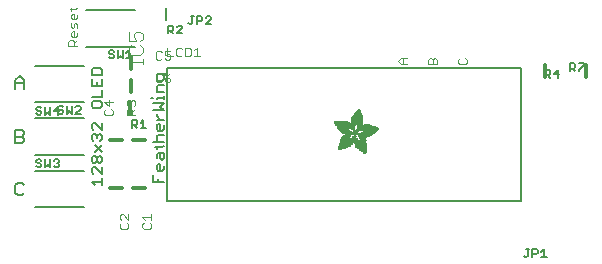
<source format=gbr>
G04 EAGLE Gerber RS-274X export*
G75*
%MOMM*%
%FSLAX34Y34*%
%LPD*%
%INSilkscreen Top*%
%IPPOS*%
%AMOC8*
5,1,8,0,0,1.08239X$1,22.5*%
G01*
%ADD10C,0.177800*%
%ADD11C,0.101600*%
%ADD12C,0.127000*%
%ADD13C,0.203200*%
%ADD14C,0.076200*%
%ADD15C,0.304800*%
%ADD16R,0.050800X0.006300*%
%ADD17R,0.082600X0.006400*%
%ADD18R,0.120600X0.006300*%
%ADD19R,0.139700X0.006400*%
%ADD20R,0.158800X0.006300*%
%ADD21R,0.177800X0.006400*%
%ADD22R,0.196800X0.006300*%
%ADD23R,0.215900X0.006400*%
%ADD24R,0.228600X0.006300*%
%ADD25R,0.241300X0.006400*%
%ADD26R,0.254000X0.006300*%
%ADD27R,0.266700X0.006400*%
%ADD28R,0.279400X0.006300*%
%ADD29R,0.285700X0.006400*%
%ADD30R,0.298400X0.006300*%
%ADD31R,0.311200X0.006400*%
%ADD32R,0.317500X0.006300*%
%ADD33R,0.330200X0.006400*%
%ADD34R,0.336600X0.006300*%
%ADD35R,0.349200X0.006400*%
%ADD36R,0.361900X0.006300*%
%ADD37R,0.368300X0.006400*%
%ADD38R,0.381000X0.006300*%
%ADD39R,0.387300X0.006400*%
%ADD40R,0.393700X0.006300*%
%ADD41R,0.406400X0.006400*%
%ADD42R,0.412700X0.006300*%
%ADD43R,0.419100X0.006400*%
%ADD44R,0.431800X0.006300*%
%ADD45R,0.438100X0.006400*%
%ADD46R,0.450800X0.006300*%
%ADD47R,0.457200X0.006400*%
%ADD48R,0.463500X0.006300*%
%ADD49R,0.476200X0.006400*%
%ADD50R,0.482600X0.006300*%
%ADD51R,0.488900X0.006400*%
%ADD52R,0.501600X0.006300*%
%ADD53R,0.508000X0.006400*%
%ADD54R,0.514300X0.006300*%
%ADD55R,0.527000X0.006400*%
%ADD56R,0.533400X0.006300*%
%ADD57R,0.546100X0.006400*%
%ADD58R,0.552400X0.006300*%
%ADD59R,0.558800X0.006400*%
%ADD60R,0.571500X0.006300*%
%ADD61R,0.577800X0.006400*%
%ADD62R,0.584200X0.006300*%
%ADD63R,0.596900X0.006400*%
%ADD64R,0.603200X0.006300*%
%ADD65R,0.609600X0.006400*%
%ADD66R,0.622300X0.006300*%
%ADD67R,0.628600X0.006400*%
%ADD68R,0.641300X0.006300*%
%ADD69R,0.647700X0.006400*%
%ADD70R,0.063500X0.006300*%
%ADD71R,0.654000X0.006300*%
%ADD72R,0.101600X0.006400*%
%ADD73R,0.666700X0.006400*%
%ADD74R,0.139700X0.006300*%
%ADD75R,0.673100X0.006300*%
%ADD76R,0.165100X0.006400*%
%ADD77R,0.679400X0.006400*%
%ADD78R,0.196900X0.006300*%
%ADD79R,0.692100X0.006300*%
%ADD80R,0.222200X0.006400*%
%ADD81R,0.698500X0.006400*%
%ADD82R,0.247700X0.006300*%
%ADD83R,0.704800X0.006300*%
%ADD84R,0.279400X0.006400*%
%ADD85R,0.717500X0.006400*%
%ADD86R,0.298500X0.006300*%
%ADD87R,0.723900X0.006300*%
%ADD88R,0.736600X0.006400*%
%ADD89R,0.342900X0.006300*%
%ADD90R,0.742900X0.006300*%
%ADD91R,0.374700X0.006400*%
%ADD92R,0.749300X0.006400*%
%ADD93R,0.762000X0.006300*%
%ADD94R,0.412700X0.006400*%
%ADD95R,0.768300X0.006400*%
%ADD96R,0.438100X0.006300*%
%ADD97R,0.774700X0.006300*%
%ADD98R,0.463600X0.006400*%
%ADD99R,0.787400X0.006400*%
%ADD100R,0.793700X0.006300*%
%ADD101R,0.495300X0.006400*%
%ADD102R,0.800100X0.006400*%
%ADD103R,0.520700X0.006300*%
%ADD104R,0.812800X0.006300*%
%ADD105R,0.533400X0.006400*%
%ADD106R,0.819100X0.006400*%
%ADD107R,0.558800X0.006300*%
%ADD108R,0.825500X0.006300*%
%ADD109R,0.577900X0.006400*%
%ADD110R,0.831800X0.006400*%
%ADD111R,0.596900X0.006300*%
%ADD112R,0.844500X0.006300*%
%ADD113R,0.616000X0.006400*%
%ADD114R,0.850900X0.006400*%
%ADD115R,0.635000X0.006300*%
%ADD116R,0.857200X0.006300*%
%ADD117R,0.654100X0.006400*%
%ADD118R,0.863600X0.006400*%
%ADD119R,0.666700X0.006300*%
%ADD120R,0.869900X0.006300*%
%ADD121R,0.685800X0.006400*%
%ADD122R,0.876300X0.006400*%
%ADD123R,0.882600X0.006300*%
%ADD124R,0.723900X0.006400*%
%ADD125R,0.889000X0.006400*%
%ADD126R,0.895300X0.006300*%
%ADD127R,0.755700X0.006400*%
%ADD128R,0.901700X0.006400*%
%ADD129R,0.908000X0.006300*%
%ADD130R,0.793800X0.006400*%
%ADD131R,0.914400X0.006400*%
%ADD132R,0.806400X0.006300*%
%ADD133R,0.920700X0.006300*%
%ADD134R,0.825500X0.006400*%
%ADD135R,0.927100X0.006400*%
%ADD136R,0.933400X0.006300*%
%ADD137R,0.857300X0.006400*%
%ADD138R,0.939800X0.006400*%
%ADD139R,0.870000X0.006300*%
%ADD140R,0.939800X0.006300*%
%ADD141R,0.946100X0.006400*%
%ADD142R,0.952500X0.006300*%
%ADD143R,0.908000X0.006400*%
%ADD144R,0.958800X0.006400*%
%ADD145R,0.965200X0.006300*%
%ADD146R,0.965200X0.006400*%
%ADD147R,0.971500X0.006300*%
%ADD148R,0.952500X0.006400*%
%ADD149R,0.977900X0.006400*%
%ADD150R,0.958800X0.006300*%
%ADD151R,0.984200X0.006300*%
%ADD152R,0.971500X0.006400*%
%ADD153R,0.984200X0.006400*%
%ADD154R,0.990600X0.006300*%
%ADD155R,0.984300X0.006400*%
%ADD156R,0.996900X0.006400*%
%ADD157R,0.997000X0.006300*%
%ADD158R,0.996900X0.006300*%
%ADD159R,1.003300X0.006400*%
%ADD160R,1.016000X0.006300*%
%ADD161R,1.009600X0.006300*%
%ADD162R,1.016000X0.006400*%
%ADD163R,1.009600X0.006400*%
%ADD164R,1.022300X0.006300*%
%ADD165R,1.028700X0.006400*%
%ADD166R,1.035100X0.006300*%
%ADD167R,1.047800X0.006400*%
%ADD168R,1.054100X0.006300*%
%ADD169R,1.028700X0.006300*%
%ADD170R,1.054100X0.006400*%
%ADD171R,1.035000X0.006400*%
%ADD172R,1.060400X0.006300*%
%ADD173R,1.035000X0.006300*%
%ADD174R,1.060500X0.006400*%
%ADD175R,1.041400X0.006400*%
%ADD176R,1.066800X0.006300*%
%ADD177R,1.041400X0.006300*%
%ADD178R,1.079500X0.006400*%
%ADD179R,1.047700X0.006400*%
%ADD180R,1.085900X0.006300*%
%ADD181R,1.047700X0.006300*%
%ADD182R,1.085800X0.006400*%
%ADD183R,1.092200X0.006300*%
%ADD184R,1.085900X0.006400*%
%ADD185R,1.098600X0.006300*%
%ADD186R,1.098600X0.006400*%
%ADD187R,1.060400X0.006400*%
%ADD188R,1.104900X0.006300*%
%ADD189R,1.104900X0.006400*%
%ADD190R,1.066800X0.006400*%
%ADD191R,1.111200X0.006300*%
%ADD192R,1.117600X0.006400*%
%ADD193R,1.117600X0.006300*%
%ADD194R,1.073100X0.006300*%
%ADD195R,1.073100X0.006400*%
%ADD196R,1.124000X0.006300*%
%ADD197R,1.079500X0.006300*%
%ADD198R,1.123900X0.006400*%
%ADD199R,1.130300X0.006300*%
%ADD200R,1.130300X0.006400*%
%ADD201R,1.136700X0.006400*%
%ADD202R,1.136700X0.006300*%
%ADD203R,1.085800X0.006300*%
%ADD204R,1.136600X0.006400*%
%ADD205R,1.136600X0.006300*%
%ADD206R,1.143000X0.006400*%
%ADD207R,1.143000X0.006300*%
%ADD208R,1.149400X0.006300*%
%ADD209R,1.149300X0.006300*%
%ADD210R,1.149300X0.006400*%
%ADD211R,1.149400X0.006400*%
%ADD212R,1.155700X0.006400*%
%ADD213R,1.155700X0.006300*%
%ADD214R,1.060500X0.006300*%
%ADD215R,2.197100X0.006400*%
%ADD216R,2.197100X0.006300*%
%ADD217R,2.184400X0.006300*%
%ADD218R,2.184400X0.006400*%
%ADD219R,2.171700X0.006400*%
%ADD220R,2.171700X0.006300*%
%ADD221R,1.530300X0.006400*%
%ADD222R,1.505000X0.006300*%
%ADD223R,1.492300X0.006400*%
%ADD224R,1.485900X0.006300*%
%ADD225R,0.565200X0.006300*%
%ADD226R,1.473200X0.006400*%
%ADD227R,0.565200X0.006400*%
%ADD228R,1.460500X0.006300*%
%ADD229R,1.454100X0.006400*%
%ADD230R,0.552400X0.006400*%
%ADD231R,1.441500X0.006300*%
%ADD232R,0.546100X0.006300*%
%ADD233R,1.435100X0.006400*%
%ADD234R,0.539800X0.006400*%
%ADD235R,1.428800X0.006300*%
%ADD236R,1.422400X0.006400*%
%ADD237R,1.409700X0.006300*%
%ADD238R,0.527100X0.006300*%
%ADD239R,1.403300X0.006400*%
%ADD240R,0.527100X0.006400*%
%ADD241R,1.390700X0.006300*%
%ADD242R,1.384300X0.006400*%
%ADD243R,0.520700X0.006400*%
%ADD244R,1.384300X0.006300*%
%ADD245R,0.514400X0.006300*%
%ADD246R,1.371600X0.006400*%
%ADD247R,1.365200X0.006300*%
%ADD248R,0.508000X0.006300*%
%ADD249R,1.352600X0.006400*%
%ADD250R,0.501700X0.006400*%
%ADD251R,0.711200X0.006300*%
%ADD252R,0.603300X0.006300*%
%ADD253R,0.501700X0.006300*%
%ADD254R,0.692100X0.006400*%
%ADD255R,0.571500X0.006400*%
%ADD256R,0.679400X0.006300*%
%ADD257R,0.495300X0.006300*%
%ADD258R,0.673100X0.006400*%
%ADD259R,0.666800X0.006300*%
%ADD260R,0.488900X0.006300*%
%ADD261R,0.660400X0.006400*%
%ADD262R,0.482600X0.006400*%
%ADD263R,0.476200X0.006300*%
%ADD264R,0.654000X0.006400*%
%ADD265R,0.469900X0.006400*%
%ADD266R,0.476300X0.006400*%
%ADD267R,0.647700X0.006300*%
%ADD268R,0.457200X0.006300*%
%ADD269R,0.469900X0.006300*%
%ADD270R,0.641300X0.006400*%
%ADD271R,0.444500X0.006400*%
%ADD272R,0.463600X0.006300*%
%ADD273R,0.635000X0.006400*%
%ADD274R,0.463500X0.006400*%
%ADD275R,0.393700X0.006400*%
%ADD276R,0.450800X0.006400*%
%ADD277R,0.628600X0.006300*%
%ADD278R,0.387400X0.006300*%
%ADD279R,0.450900X0.006300*%
%ADD280R,0.628700X0.006400*%
%ADD281R,0.374600X0.006400*%
%ADD282R,0.368300X0.006300*%
%ADD283R,0.438200X0.006300*%
%ADD284R,0.622300X0.006400*%
%ADD285R,0.355600X0.006400*%
%ADD286R,0.431800X0.006400*%
%ADD287R,0.349300X0.006300*%
%ADD288R,0.425400X0.006300*%
%ADD289R,0.615900X0.006300*%
%ADD290R,0.330200X0.006300*%
%ADD291R,0.419100X0.006300*%
%ADD292R,0.616000X0.006300*%
%ADD293R,0.311200X0.006300*%
%ADD294R,0.406400X0.006300*%
%ADD295R,0.615900X0.006400*%
%ADD296R,0.304800X0.006400*%
%ADD297R,0.158800X0.006400*%
%ADD298R,0.609600X0.006300*%
%ADD299R,0.292100X0.006300*%
%ADD300R,0.235000X0.006300*%
%ADD301R,0.387400X0.006400*%
%ADD302R,0.292100X0.006400*%
%ADD303R,0.336500X0.006300*%
%ADD304R,0.260400X0.006300*%
%ADD305R,0.603300X0.006400*%
%ADD306R,0.260400X0.006400*%
%ADD307R,0.362000X0.006400*%
%ADD308R,0.450900X0.006400*%
%ADD309R,0.355600X0.006300*%
%ADD310R,0.342900X0.006400*%
%ADD311R,0.514300X0.006400*%
%ADD312R,0.234900X0.006300*%
%ADD313R,0.539700X0.006300*%
%ADD314R,0.603200X0.006400*%
%ADD315R,0.234900X0.006400*%
%ADD316R,0.920700X0.006400*%
%ADD317R,0.958900X0.006400*%
%ADD318R,0.215900X0.006300*%
%ADD319R,0.209600X0.006400*%
%ADD320R,0.203200X0.006300*%
%ADD321R,1.003300X0.006300*%
%ADD322R,0.203200X0.006400*%
%ADD323R,0.196900X0.006400*%
%ADD324R,0.190500X0.006300*%
%ADD325R,0.190500X0.006400*%
%ADD326R,0.184200X0.006300*%
%ADD327R,0.590500X0.006400*%
%ADD328R,0.184200X0.006400*%
%ADD329R,0.590500X0.006300*%
%ADD330R,0.177800X0.006300*%
%ADD331R,0.584200X0.006400*%
%ADD332R,1.168400X0.006400*%
%ADD333R,0.171500X0.006300*%
%ADD334R,1.187500X0.006300*%
%ADD335R,1.200100X0.006400*%
%ADD336R,0.577800X0.006300*%
%ADD337R,1.212900X0.006300*%
%ADD338R,1.231900X0.006400*%
%ADD339R,1.250900X0.006300*%
%ADD340R,0.565100X0.006400*%
%ADD341R,0.184100X0.006400*%
%ADD342R,1.263700X0.006400*%
%ADD343R,0.565100X0.006300*%
%ADD344R,1.289100X0.006300*%
%ADD345R,1.314400X0.006400*%
%ADD346R,0.552500X0.006300*%
%ADD347R,1.568500X0.006300*%
%ADD348R,0.552500X0.006400*%
%ADD349R,1.581200X0.006400*%
%ADD350R,1.593800X0.006300*%
%ADD351R,1.606500X0.006400*%
%ADD352R,1.619300X0.006300*%
%ADD353R,0.514400X0.006400*%
%ADD354R,1.638300X0.006400*%
%ADD355R,1.657300X0.006300*%
%ADD356R,2.209800X0.006400*%
%ADD357R,2.425700X0.006300*%
%ADD358R,2.470100X0.006400*%
%ADD359R,2.501900X0.006300*%
%ADD360R,2.533700X0.006400*%
%ADD361R,2.559000X0.006300*%
%ADD362R,2.584500X0.006400*%
%ADD363R,2.609900X0.006300*%
%ADD364R,2.628900X0.006400*%
%ADD365R,2.660600X0.006300*%
%ADD366R,2.673400X0.006400*%
%ADD367R,1.422400X0.006300*%
%ADD368R,1.200200X0.006300*%
%ADD369R,1.365300X0.006300*%
%ADD370R,1.365300X0.006400*%
%ADD371R,1.352500X0.006300*%
%ADD372R,1.098500X0.006300*%
%ADD373R,1.358900X0.006400*%
%ADD374R,1.352600X0.006300*%
%ADD375R,1.358900X0.006300*%
%ADD376R,1.371600X0.006300*%
%ADD377R,1.377900X0.006400*%
%ADD378R,1.397000X0.006400*%
%ADD379R,1.403300X0.006300*%
%ADD380R,0.914400X0.006300*%
%ADD381R,0.876300X0.006300*%
%ADD382R,0.374600X0.006300*%
%ADD383R,1.073200X0.006400*%
%ADD384R,0.374700X0.006300*%
%ADD385R,0.844600X0.006400*%
%ADD386R,0.844600X0.006300*%
%ADD387R,0.831900X0.006400*%
%ADD388R,1.092200X0.006400*%
%ADD389R,0.400000X0.006300*%
%ADD390R,0.819200X0.006400*%
%ADD391R,1.111300X0.006400*%
%ADD392R,0.812800X0.006400*%
%ADD393R,0.800100X0.006300*%
%ADD394R,0.476300X0.006300*%
%ADD395R,1.181100X0.006300*%
%ADD396R,0.501600X0.006400*%
%ADD397R,1.193800X0.006400*%
%ADD398R,0.781000X0.006400*%
%ADD399R,1.238200X0.006400*%
%ADD400R,0.781100X0.006300*%
%ADD401R,1.257300X0.006300*%
%ADD402R,1.295400X0.006400*%
%ADD403R,1.333500X0.006300*%
%ADD404R,0.774700X0.006400*%
%ADD405R,1.866900X0.006400*%
%ADD406R,0.209600X0.006300*%
%ADD407R,1.866900X0.006300*%
%ADD408R,0.768400X0.006400*%
%ADD409R,0.209500X0.006400*%
%ADD410R,1.860600X0.006400*%
%ADD411R,0.762000X0.006400*%
%ADD412R,0.768400X0.006300*%
%ADD413R,1.860600X0.006300*%
%ADD414R,1.860500X0.006400*%
%ADD415R,0.222300X0.006300*%
%ADD416R,1.854200X0.006300*%
%ADD417R,0.235000X0.006400*%
%ADD418R,1.854200X0.006400*%
%ADD419R,0.768300X0.006300*%
%ADD420R,0.260300X0.006400*%
%ADD421R,1.847800X0.006400*%
%ADD422R,0.266700X0.006300*%
%ADD423R,1.847800X0.006300*%
%ADD424R,0.273100X0.006400*%
%ADD425R,1.841500X0.006400*%
%ADD426R,0.285800X0.006300*%
%ADD427R,1.841500X0.006300*%
%ADD428R,0.298500X0.006400*%
%ADD429R,1.835100X0.006400*%
%ADD430R,0.781000X0.006300*%
%ADD431R,0.304800X0.006300*%
%ADD432R,1.835100X0.006300*%
%ADD433R,0.317500X0.006400*%
%ADD434R,1.828800X0.006400*%
%ADD435R,0.787400X0.006300*%
%ADD436R,0.323800X0.006300*%
%ADD437R,1.828800X0.006300*%
%ADD438R,0.793700X0.006400*%
%ADD439R,1.822400X0.006400*%
%ADD440R,0.806500X0.006300*%
%ADD441R,1.822400X0.006300*%
%ADD442R,1.816100X0.006400*%
%ADD443R,0.819100X0.006300*%
%ADD444R,0.387300X0.006300*%
%ADD445R,1.816100X0.006300*%
%ADD446R,1.809800X0.006400*%
%ADD447R,1.803400X0.006300*%
%ADD448R,1.797000X0.006400*%
%ADD449R,0.901700X0.006300*%
%ADD450R,1.797000X0.006300*%
%ADD451R,1.441400X0.006400*%
%ADD452R,1.790700X0.006400*%
%ADD453R,1.447800X0.006300*%
%ADD454R,1.784300X0.006300*%
%ADD455R,1.447800X0.006400*%
%ADD456R,1.784300X0.006400*%
%ADD457R,1.454100X0.006300*%
%ADD458R,1.771700X0.006300*%
%ADD459R,1.460500X0.006400*%
%ADD460R,1.759000X0.006400*%
%ADD461R,1.466800X0.006300*%
%ADD462R,1.752600X0.006300*%
%ADD463R,1.466800X0.006400*%
%ADD464R,1.739900X0.006400*%
%ADD465R,1.473200X0.006300*%
%ADD466R,1.727200X0.006300*%
%ADD467R,1.479500X0.006400*%
%ADD468R,1.714500X0.006400*%
%ADD469R,1.695400X0.006300*%
%ADD470R,1.485900X0.006400*%
%ADD471R,1.682700X0.006400*%
%ADD472R,1.492200X0.006300*%
%ADD473R,1.663700X0.006300*%
%ADD474R,1.498600X0.006400*%
%ADD475R,1.644600X0.006400*%
%ADD476R,1.498600X0.006300*%
%ADD477R,1.619200X0.006300*%
%ADD478R,1.511300X0.006400*%
%ADD479R,1.600200X0.006400*%
%ADD480R,1.517700X0.006300*%
%ADD481R,1.574800X0.006300*%
%ADD482R,1.524000X0.006400*%
%ADD483R,1.555800X0.006400*%
%ADD484R,1.524000X0.006300*%
%ADD485R,1.536700X0.006300*%
%ADD486R,1.530400X0.006400*%
%ADD487R,1.517700X0.006400*%
%ADD488R,1.492300X0.006300*%
%ADD489R,1.549400X0.006400*%
%ADD490R,1.479600X0.006400*%
%ADD491R,1.549400X0.006300*%
%ADD492R,1.555700X0.006400*%
%ADD493R,1.562100X0.006300*%
%ADD494R,0.323900X0.006300*%
%ADD495R,1.568400X0.006400*%
%ADD496R,0.336600X0.006400*%
%ADD497R,1.587500X0.006300*%
%ADD498R,0.971600X0.006300*%
%ADD499R,0.349300X0.006400*%
%ADD500R,1.600200X0.006300*%
%ADD501R,0.920800X0.006300*%
%ADD502R,0.882700X0.006400*%
%ADD503R,1.612900X0.006300*%
%ADD504R,0.362000X0.006300*%
%ADD505R,1.625600X0.006400*%
%ADD506R,1.625600X0.006300*%
%ADD507R,1.644600X0.006300*%
%ADD508R,0.736600X0.006300*%
%ADD509R,0.717600X0.006400*%
%ADD510R,1.657400X0.006300*%
%ADD511R,0.679500X0.006300*%
%ADD512R,1.663700X0.006400*%
%ADD513R,0.400000X0.006400*%
%ADD514R,1.676400X0.006300*%
%ADD515R,1.676400X0.006400*%
%ADD516R,0.425500X0.006400*%
%ADD517R,1.352500X0.006400*%
%ADD518R,0.444500X0.006300*%
%ADD519R,0.361900X0.006400*%
%ADD520R,0.088900X0.006300*%
%ADD521R,1.009700X0.006300*%
%ADD522R,1.009700X0.006400*%
%ADD523R,1.022300X0.006400*%
%ADD524R,1.346200X0.006400*%
%ADD525R,1.346200X0.006300*%
%ADD526R,1.339900X0.006400*%
%ADD527R,1.035100X0.006400*%
%ADD528R,1.339800X0.006300*%
%ADD529R,1.333500X0.006400*%
%ADD530R,1.327200X0.006400*%
%ADD531R,1.320800X0.006300*%
%ADD532R,1.314500X0.006400*%
%ADD533R,1.314400X0.006300*%
%ADD534R,1.301700X0.006400*%
%ADD535R,1.295400X0.006300*%
%ADD536R,1.289000X0.006400*%
%ADD537R,1.276300X0.006300*%
%ADD538R,1.251000X0.006300*%
%ADD539R,1.244600X0.006400*%
%ADD540R,1.231900X0.006300*%
%ADD541R,1.212800X0.006400*%
%ADD542R,1.200100X0.006300*%
%ADD543R,1.187400X0.006400*%
%ADD544R,1.168400X0.006300*%
%ADD545R,1.047800X0.006300*%
%ADD546R,0.977900X0.006300*%
%ADD547R,0.946200X0.006400*%
%ADD548R,0.933400X0.006400*%
%ADD549R,0.895300X0.006400*%
%ADD550R,0.882700X0.006300*%
%ADD551R,0.863600X0.006300*%
%ADD552R,0.857200X0.006400*%
%ADD553R,0.850900X0.006300*%
%ADD554R,0.838200X0.006300*%
%ADD555R,0.806500X0.006400*%
%ADD556R,0.717600X0.006300*%
%ADD557R,0.711200X0.006400*%
%ADD558R,0.641400X0.006400*%
%ADD559R,0.641400X0.006300*%
%ADD560R,0.628700X0.006300*%
%ADD561R,0.590600X0.006300*%
%ADD562R,0.539700X0.006400*%
%ADD563R,0.285700X0.006300*%
%ADD564R,0.222200X0.006300*%
%ADD565R,0.171400X0.006300*%
%ADD566R,0.152400X0.006400*%
%ADD567R,0.133400X0.006300*%
%ADD568C,0.152400*%


D10*
X13257Y73498D02*
X11435Y75320D01*
X7791Y75320D01*
X5969Y73498D01*
X5969Y66211D01*
X7791Y64389D01*
X11435Y64389D01*
X13257Y66211D01*
X5969Y108839D02*
X5969Y119770D01*
X11435Y119770D01*
X13257Y117948D01*
X13257Y116127D01*
X11435Y114305D01*
X13257Y112483D01*
X13257Y110661D01*
X11435Y108839D01*
X5969Y108839D01*
X5969Y114305D02*
X11435Y114305D01*
X5969Y154559D02*
X5969Y161847D01*
X9613Y165490D01*
X13257Y161847D01*
X13257Y154559D01*
X13257Y160025D02*
X5969Y160025D01*
D11*
X50794Y191008D02*
X57912Y191008D01*
X50794Y191008D02*
X50794Y194567D01*
X51980Y195753D01*
X54353Y195753D01*
X55539Y194567D01*
X55539Y191008D01*
X55539Y193381D02*
X57912Y195753D01*
X57912Y199679D02*
X57912Y202051D01*
X57912Y199679D02*
X56726Y198492D01*
X54353Y198492D01*
X53167Y199679D01*
X53167Y202051D01*
X54353Y203238D01*
X55539Y203238D01*
X55539Y198492D01*
X57912Y205976D02*
X57912Y209535D01*
X56726Y210722D01*
X55539Y209535D01*
X55539Y207163D01*
X54353Y205976D01*
X53167Y207163D01*
X53167Y210722D01*
X57912Y214647D02*
X57912Y217020D01*
X57912Y214647D02*
X56726Y213460D01*
X54353Y213460D01*
X53167Y214647D01*
X53167Y217020D01*
X54353Y218206D01*
X55539Y218206D01*
X55539Y213460D01*
X56726Y222131D02*
X51980Y222131D01*
X56726Y222131D02*
X57912Y223317D01*
X53167Y223317D02*
X53167Y220945D01*
X332567Y175768D02*
X337312Y175768D01*
X332567Y175768D02*
X330194Y178141D01*
X332567Y180513D01*
X337312Y180513D01*
X333753Y180513D02*
X333753Y175768D01*
X355594Y175768D02*
X362712Y175768D01*
X355594Y175768D02*
X355594Y179327D01*
X356780Y180513D01*
X357967Y180513D01*
X359153Y179327D01*
X360339Y180513D01*
X361526Y180513D01*
X362712Y179327D01*
X362712Y175768D01*
X359153Y175768D02*
X359153Y179327D01*
X380994Y179327D02*
X382180Y180513D01*
X380994Y179327D02*
X380994Y176954D01*
X382180Y175768D01*
X386926Y175768D01*
X388112Y176954D01*
X388112Y179327D01*
X386926Y180513D01*
D12*
X73443Y73025D02*
X70477Y75991D01*
X79375Y75991D01*
X79375Y73025D02*
X79375Y78957D01*
X79375Y82380D02*
X79375Y88312D01*
X79375Y82380D02*
X73443Y88312D01*
X71960Y88312D01*
X70477Y86829D01*
X70477Y83863D01*
X71960Y82380D01*
X71960Y91735D02*
X70477Y93218D01*
X70477Y96184D01*
X71960Y97667D01*
X73443Y97667D01*
X74926Y96184D01*
X76409Y97667D01*
X77892Y97667D01*
X79375Y96184D01*
X79375Y93218D01*
X77892Y91735D01*
X76409Y91735D01*
X74926Y93218D01*
X73443Y91735D01*
X71960Y91735D01*
X74926Y93218D02*
X74926Y96184D01*
X73443Y101091D02*
X79375Y107022D01*
X79375Y101091D02*
X73443Y107022D01*
X71960Y110446D02*
X70477Y111929D01*
X70477Y114895D01*
X71960Y116377D01*
X73443Y116377D01*
X74926Y114895D01*
X74926Y113412D01*
X74926Y114895D02*
X76409Y116377D01*
X77892Y116377D01*
X79375Y114895D01*
X79375Y111929D01*
X77892Y110446D01*
X79375Y119801D02*
X79375Y125733D01*
X79375Y119801D02*
X73443Y125733D01*
X71960Y125733D01*
X70477Y124250D01*
X70477Y121284D01*
X71960Y119801D01*
X70477Y139994D02*
X70477Y142960D01*
X70477Y139994D02*
X71960Y138511D01*
X77892Y138511D01*
X79375Y139994D01*
X79375Y142960D01*
X77892Y144443D01*
X71960Y144443D01*
X70477Y142960D01*
X70477Y147867D02*
X79375Y147867D01*
X79375Y153798D01*
X70477Y157222D02*
X70477Y163153D01*
X70477Y157222D02*
X79375Y157222D01*
X79375Y163153D01*
X74926Y160188D02*
X74926Y157222D01*
X70477Y166577D02*
X79375Y166577D01*
X79375Y171026D01*
X77892Y172509D01*
X71960Y172509D01*
X70477Y171026D01*
X70477Y166577D01*
X122547Y75565D02*
X131445Y75565D01*
X122547Y75565D02*
X122547Y81497D01*
X126996Y78531D02*
X126996Y75565D01*
X131445Y86403D02*
X131445Y89369D01*
X131445Y86403D02*
X129962Y84920D01*
X126996Y84920D01*
X125513Y86403D01*
X125513Y89369D01*
X126996Y90852D01*
X128479Y90852D01*
X128479Y84920D01*
X125513Y95758D02*
X125513Y98724D01*
X126996Y100207D01*
X131445Y100207D01*
X131445Y95758D01*
X129962Y94275D01*
X128479Y95758D01*
X128479Y100207D01*
X129962Y105113D02*
X124030Y105113D01*
X129962Y105113D02*
X131445Y106596D01*
X125513Y106596D02*
X125513Y103631D01*
X122547Y109867D02*
X131445Y109867D01*
X126996Y109867D02*
X125513Y111350D01*
X125513Y114316D01*
X126996Y115799D01*
X131445Y115799D01*
X131445Y120705D02*
X131445Y123671D01*
X131445Y120705D02*
X129962Y119223D01*
X126996Y119223D01*
X125513Y120705D01*
X125513Y123671D01*
X126996Y125154D01*
X128479Y125154D01*
X128479Y119223D01*
X131445Y128578D02*
X125513Y128578D01*
X128479Y128578D02*
X125513Y131544D01*
X125513Y133027D01*
X122547Y136374D02*
X131445Y136374D01*
X128479Y139340D01*
X131445Y142305D01*
X122547Y142305D01*
X125513Y145729D02*
X125513Y147212D01*
X131445Y147212D01*
X131445Y145729D02*
X131445Y148695D01*
X122547Y147212D02*
X121064Y147212D01*
X125513Y151966D02*
X131445Y151966D01*
X125513Y151966D02*
X125513Y156414D01*
X126996Y157897D01*
X131445Y157897D01*
X134411Y164287D02*
X134411Y165770D01*
X132928Y167253D01*
X125513Y167253D01*
X125513Y162804D01*
X126996Y161321D01*
X129962Y161321D01*
X131445Y162804D01*
X131445Y167253D01*
D13*
X134340Y172590D02*
X434340Y172590D01*
X434340Y59340D01*
X134340Y59340D01*
X134340Y172590D01*
D14*
X134721Y182221D02*
X134721Y189593D01*
X134721Y182221D02*
X139636Y182221D01*
X145891Y189593D02*
X147120Y188365D01*
X145891Y189593D02*
X143434Y189593D01*
X142205Y188365D01*
X142205Y183450D01*
X143434Y182221D01*
X145891Y182221D01*
X147120Y183450D01*
X149689Y182221D02*
X149689Y189593D01*
X149689Y182221D02*
X153375Y182221D01*
X154604Y183450D01*
X154604Y188365D01*
X153375Y189593D01*
X149689Y189593D01*
X157173Y187136D02*
X159631Y189593D01*
X159631Y182221D01*
X162088Y182221D02*
X157173Y182221D01*
D15*
X115570Y71120D02*
X105410Y71120D01*
D14*
X114633Y41128D02*
X113405Y39899D01*
X113405Y37441D01*
X114633Y36213D01*
X119548Y36213D01*
X120777Y37441D01*
X120777Y39899D01*
X119548Y41128D01*
X115862Y43697D02*
X113405Y46154D01*
X120777Y46154D01*
X120777Y43697D02*
X120777Y48612D01*
D15*
X96520Y71120D02*
X86360Y71120D01*
D14*
X95583Y41128D02*
X94355Y39899D01*
X94355Y37441D01*
X95583Y36213D01*
X100498Y36213D01*
X101727Y37441D01*
X101727Y39899D01*
X100498Y41128D01*
X101727Y43697D02*
X101727Y48612D01*
X101727Y43697D02*
X96812Y48612D01*
X95583Y48612D01*
X94355Y47383D01*
X94355Y44926D01*
X95583Y43697D01*
D15*
X96520Y111760D02*
X86360Y111760D01*
D14*
X81147Y136147D02*
X82375Y137376D01*
X81147Y136147D02*
X81147Y133690D01*
X82375Y132461D01*
X87290Y132461D01*
X88519Y133690D01*
X88519Y136147D01*
X87290Y137376D01*
X88519Y143631D02*
X81147Y143631D01*
X84833Y139945D01*
X84833Y144860D01*
D15*
X104140Y171450D02*
X104140Y181610D01*
D14*
X128527Y186823D02*
X129756Y185595D01*
X128527Y186823D02*
X126070Y186823D01*
X124841Y185595D01*
X124841Y180680D01*
X126070Y179451D01*
X128527Y179451D01*
X129756Y180680D01*
X132325Y186823D02*
X137240Y186823D01*
X132325Y186823D02*
X132325Y183137D01*
X134783Y184366D01*
X136011Y184366D01*
X137240Y183137D01*
X137240Y180680D01*
X136011Y179451D01*
X133554Y179451D01*
X132325Y180680D01*
D15*
X104140Y162560D02*
X104140Y152400D01*
D14*
X128527Y167773D02*
X129756Y166545D01*
X128527Y167773D02*
X126070Y167773D01*
X124841Y166545D01*
X124841Y161630D01*
X126070Y160401D01*
X128527Y160401D01*
X129756Y161630D01*
X134783Y166545D02*
X137240Y167773D01*
X134783Y166545D02*
X132325Y164087D01*
X132325Y161630D01*
X133554Y160401D01*
X136011Y160401D01*
X137240Y161630D01*
X137240Y162858D01*
X136011Y164087D01*
X132325Y164087D01*
D15*
X115570Y111760D02*
X105410Y111760D01*
D14*
X107569Y132461D02*
X100197Y132461D01*
X100197Y136147D01*
X101425Y137376D01*
X103883Y137376D01*
X105112Y136147D01*
X105112Y132461D01*
X105112Y134918D02*
X107569Y137376D01*
X101425Y139945D02*
X100197Y141174D01*
X100197Y143631D01*
X101425Y144860D01*
X102654Y144860D01*
X103883Y143631D01*
X103883Y142403D01*
X103883Y143631D02*
X105112Y144860D01*
X106340Y144860D01*
X107569Y143631D01*
X107569Y141174D01*
X106340Y139945D01*
D16*
X302228Y99251D03*
D17*
X302260Y99314D03*
D18*
X302260Y99378D03*
D19*
X302229Y99441D03*
D20*
X302260Y99505D03*
D21*
X302228Y99568D03*
D22*
X302260Y99632D03*
D23*
X302229Y99695D03*
D24*
X302228Y99759D03*
D25*
X302165Y99822D03*
D26*
X302165Y99886D03*
D27*
X302102Y99949D03*
D28*
X302101Y100013D03*
D29*
X302070Y100076D03*
D30*
X302006Y100140D03*
D31*
X302006Y100203D03*
D32*
X301975Y100267D03*
D33*
X301911Y100330D03*
D34*
X301879Y100394D03*
D35*
X301879Y100457D03*
D36*
X301816Y100521D03*
D37*
X301784Y100584D03*
D38*
X301720Y100648D03*
D39*
X301689Y100711D03*
D40*
X301657Y100775D03*
D41*
X301593Y100838D03*
D42*
X301562Y100902D03*
D43*
X301530Y100965D03*
D44*
X301466Y101029D03*
D45*
X301435Y101092D03*
D46*
X301371Y101156D03*
D47*
X301339Y101219D03*
D48*
X301308Y101283D03*
D49*
X301244Y101346D03*
D50*
X301212Y101410D03*
D51*
X301181Y101473D03*
D52*
X301117Y101537D03*
D53*
X301085Y101600D03*
D54*
X301054Y101664D03*
D55*
X300990Y101727D03*
D56*
X300958Y101791D03*
D57*
X300895Y101854D03*
D58*
X300863Y101918D03*
D59*
X300831Y101981D03*
D60*
X300768Y102045D03*
D61*
X300736Y102108D03*
D62*
X300704Y102172D03*
D63*
X300641Y102235D03*
D64*
X300609Y102299D03*
D65*
X300577Y102362D03*
D66*
X300514Y102426D03*
D67*
X300482Y102489D03*
D68*
X300419Y102553D03*
D69*
X300387Y102616D03*
D70*
X280575Y102680D03*
D71*
X300355Y102680D03*
D72*
X280575Y102743D03*
D73*
X300292Y102743D03*
D74*
X280639Y102807D03*
D75*
X300260Y102807D03*
D76*
X280702Y102870D03*
D77*
X300228Y102870D03*
D78*
X280734Y102934D03*
D79*
X300165Y102934D03*
D80*
X280797Y102997D03*
D81*
X300133Y102997D03*
D82*
X280861Y103061D03*
D83*
X300101Y103061D03*
D84*
X280956Y103124D03*
D85*
X300038Y103124D03*
D86*
X280988Y103188D03*
D87*
X300006Y103188D03*
D33*
X281083Y103251D03*
D88*
X299942Y103251D03*
D89*
X281147Y103315D03*
D90*
X299911Y103315D03*
D91*
X281242Y103378D03*
D92*
X299879Y103378D03*
D40*
X281337Y103442D03*
D93*
X299815Y103442D03*
D94*
X281369Y103505D03*
D95*
X299784Y103505D03*
D96*
X281496Y103569D03*
D97*
X299752Y103569D03*
D98*
X281559Y103632D03*
D99*
X299688Y103632D03*
D50*
X281654Y103696D03*
D100*
X299657Y103696D03*
D101*
X281718Y103759D03*
D102*
X299625Y103759D03*
D103*
X281845Y103823D03*
D104*
X299561Y103823D03*
D105*
X281908Y103886D03*
D106*
X299530Y103886D03*
D107*
X282035Y103950D03*
D108*
X299498Y103950D03*
D109*
X282131Y104013D03*
D110*
X299466Y104013D03*
D111*
X282226Y104077D03*
D112*
X299403Y104077D03*
D113*
X282321Y104140D03*
D114*
X299371Y104140D03*
D115*
X282416Y104204D03*
D116*
X299339Y104204D03*
D117*
X282512Y104267D03*
D118*
X299307Y104267D03*
D119*
X282639Y104331D03*
D120*
X299276Y104331D03*
D121*
X282734Y104394D03*
D122*
X299244Y104394D03*
D83*
X282829Y104458D03*
D123*
X299212Y104458D03*
D124*
X282925Y104521D03*
D125*
X299180Y104521D03*
D90*
X283020Y104585D03*
D126*
X299149Y104585D03*
D127*
X283147Y104648D03*
D128*
X299117Y104648D03*
D97*
X283242Y104712D03*
D129*
X299085Y104712D03*
D130*
X283337Y104775D03*
D131*
X299053Y104775D03*
D132*
X283464Y104839D03*
D133*
X299022Y104839D03*
D134*
X283560Y104902D03*
D135*
X298990Y104902D03*
D112*
X283655Y104966D03*
D136*
X298958Y104966D03*
D137*
X283782Y105029D03*
D138*
X298926Y105029D03*
D139*
X283845Y105093D03*
D140*
X298926Y105093D03*
D125*
X283940Y105156D03*
D141*
X298895Y105156D03*
D126*
X284036Y105220D03*
D142*
X298863Y105220D03*
D143*
X284099Y105283D03*
D144*
X298831Y105283D03*
D133*
X284163Y105347D03*
D145*
X298799Y105347D03*
D135*
X284258Y105410D03*
D146*
X298799Y105410D03*
D140*
X284321Y105474D03*
D147*
X298768Y105474D03*
D148*
X284385Y105537D03*
D149*
X298736Y105537D03*
D150*
X284480Y105601D03*
D151*
X298704Y105601D03*
D152*
X284544Y105664D03*
D153*
X298704Y105664D03*
D151*
X284607Y105728D03*
D154*
X298672Y105728D03*
D155*
X284671Y105791D03*
D156*
X298641Y105791D03*
D157*
X284734Y105855D03*
D158*
X298641Y105855D03*
D159*
X284766Y105918D03*
X298609Y105918D03*
D160*
X284829Y105982D03*
D161*
X298577Y105982D03*
D162*
X284893Y106045D03*
D163*
X298577Y106045D03*
D164*
X284925Y106109D03*
D160*
X298545Y106109D03*
D165*
X285020Y106172D03*
D162*
X298545Y106172D03*
D166*
X285052Y106236D03*
D164*
X298514Y106236D03*
D167*
X285115Y106299D03*
D165*
X298482Y106299D03*
D168*
X285147Y106363D03*
D169*
X298482Y106363D03*
D170*
X285211Y106426D03*
D171*
X298450Y106426D03*
D172*
X285242Y106490D03*
D173*
X298450Y106490D03*
D174*
X285306Y106553D03*
D175*
X298418Y106553D03*
D176*
X285337Y106617D03*
D177*
X298418Y106617D03*
D178*
X285401Y106680D03*
D179*
X298387Y106680D03*
D180*
X285433Y106744D03*
D181*
X298387Y106744D03*
D182*
X285496Y106807D03*
D170*
X298355Y106807D03*
D183*
X285528Y106871D03*
D168*
X298355Y106871D03*
D184*
X285560Y106934D03*
D170*
X298355Y106934D03*
D185*
X285623Y106998D03*
D172*
X298323Y106998D03*
D186*
X285623Y107061D03*
D187*
X298323Y107061D03*
D188*
X285655Y107125D03*
D176*
X298291Y107125D03*
D189*
X285719Y107188D03*
D190*
X298291Y107188D03*
D191*
X285750Y107252D03*
D176*
X298291Y107252D03*
D192*
X285782Y107315D03*
D190*
X298291Y107315D03*
D193*
X285845Y107379D03*
D194*
X298260Y107379D03*
D192*
X285845Y107442D03*
D195*
X298260Y107442D03*
D196*
X285877Y107506D03*
D197*
X298228Y107506D03*
D198*
X285941Y107569D03*
D178*
X298228Y107569D03*
D199*
X285973Y107633D03*
D197*
X298228Y107633D03*
D200*
X285973Y107696D03*
D178*
X298228Y107696D03*
D199*
X286036Y107760D03*
D197*
X298228Y107760D03*
D201*
X286068Y107823D03*
D182*
X298196Y107823D03*
D202*
X286068Y107887D03*
D203*
X298196Y107887D03*
D204*
X286131Y107950D03*
D178*
X298165Y107950D03*
D205*
X286131Y108014D03*
D197*
X298165Y108014D03*
D206*
X286163Y108077D03*
D184*
X298133Y108077D03*
D207*
X286226Y108141D03*
D180*
X298133Y108141D03*
D206*
X286226Y108204D03*
D184*
X298133Y108204D03*
D208*
X286258Y108268D03*
D180*
X298133Y108268D03*
D206*
X286290Y108331D03*
D184*
X298133Y108331D03*
D209*
X286322Y108395D03*
D180*
X298133Y108395D03*
D210*
X286322Y108458D03*
D184*
X298133Y108458D03*
D208*
X286385Y108522D03*
D180*
X298133Y108522D03*
D211*
X286385Y108585D03*
D184*
X298133Y108585D03*
D208*
X286385Y108649D03*
D203*
X298069Y108649D03*
D210*
X286449Y108712D03*
D182*
X298069Y108712D03*
D209*
X286449Y108776D03*
D203*
X298069Y108776D03*
D212*
X286481Y108839D03*
D182*
X298069Y108839D03*
D208*
X286512Y108903D03*
D203*
X298069Y108903D03*
D211*
X286512Y108966D03*
D182*
X298069Y108966D03*
D213*
X286544Y109030D03*
D203*
X298069Y109030D03*
D210*
X286576Y109093D03*
D182*
X298069Y109093D03*
D209*
X286576Y109157D03*
D197*
X298038Y109157D03*
D212*
X286608Y109220D03*
D178*
X298038Y109220D03*
D208*
X286639Y109284D03*
D197*
X298038Y109284D03*
D211*
X286639Y109347D03*
D178*
X298038Y109347D03*
D208*
X286639Y109411D03*
D197*
X298038Y109411D03*
D210*
X286703Y109474D03*
D195*
X298006Y109474D03*
D209*
X286703Y109538D03*
D194*
X298006Y109538D03*
D210*
X286703Y109601D03*
D190*
X298037Y109601D03*
D208*
X286766Y109665D03*
D176*
X298037Y109665D03*
D211*
X286766Y109728D03*
D190*
X298037Y109728D03*
D208*
X286766Y109792D03*
D214*
X298006Y109792D03*
D206*
X286798Y109855D03*
D174*
X298006Y109855D03*
D209*
X286830Y109919D03*
D214*
X298006Y109919D03*
D210*
X286830Y109982D03*
D170*
X297974Y109982D03*
D207*
X286861Y110046D03*
D168*
X297974Y110046D03*
D211*
X286893Y110109D03*
D170*
X297974Y110109D03*
D208*
X286893Y110173D03*
D168*
X297974Y110173D03*
D215*
X292196Y110236D03*
D216*
X292196Y110300D03*
D215*
X292196Y110363D03*
D217*
X292195Y110427D03*
D218*
X292195Y110490D03*
D217*
X292195Y110554D03*
D219*
X292196Y110617D03*
D220*
X292196Y110681D03*
D221*
X288989Y110744D03*
D63*
X300006Y110744D03*
D222*
X288925Y110808D03*
D62*
X300069Y110808D03*
D223*
X288862Y110871D03*
D61*
X300101Y110871D03*
D224*
X288830Y110935D03*
D225*
X300101Y110935D03*
D226*
X288766Y110998D03*
D227*
X300101Y110998D03*
D228*
X288767Y111062D03*
D58*
X300101Y111062D03*
D229*
X288735Y111125D03*
D230*
X300101Y111125D03*
D231*
X288735Y111189D03*
D232*
X300070Y111189D03*
D233*
X288703Y111252D03*
D234*
X300101Y111252D03*
D235*
X288671Y111316D03*
D56*
X300069Y111316D03*
D236*
X288639Y111379D03*
D105*
X300069Y111379D03*
D237*
X288640Y111443D03*
D238*
X300038Y111443D03*
D239*
X288608Y111506D03*
D240*
X300038Y111506D03*
D241*
X288608Y111570D03*
D103*
X300006Y111570D03*
D242*
X288576Y111633D03*
D243*
X300006Y111633D03*
D244*
X288576Y111697D03*
D245*
X299974Y111697D03*
D246*
X288576Y111760D03*
D53*
X299942Y111760D03*
D247*
X288544Y111824D03*
D248*
X299942Y111824D03*
D249*
X288544Y111887D03*
D250*
X299911Y111887D03*
D251*
X285337Y111951D03*
D252*
X292291Y111951D03*
D253*
X299911Y111951D03*
D254*
X285306Y112014D03*
D255*
X292386Y112014D03*
D101*
X299879Y112014D03*
D256*
X285242Y112078D03*
D232*
X292450Y112078D03*
D257*
X299816Y112078D03*
D258*
X285274Y112141D03*
D105*
X292513Y112141D03*
D51*
X299784Y112141D03*
D259*
X285242Y112205D03*
D54*
X292545Y112205D03*
D260*
X299784Y112205D03*
D261*
X285210Y112268D03*
D101*
X292577Y112268D03*
D262*
X299752Y112268D03*
D71*
X285242Y112332D03*
D50*
X292640Y112332D03*
D263*
X299720Y112332D03*
D264*
X285242Y112395D03*
D265*
X292640Y112395D03*
D266*
X299657Y112395D03*
D267*
X285274Y112459D03*
D268*
X292703Y112459D03*
D269*
X299625Y112459D03*
D270*
X285306Y112522D03*
D271*
X292704Y112522D03*
D265*
X299625Y112522D03*
D68*
X285306Y112586D03*
D44*
X292767Y112586D03*
D272*
X299593Y112586D03*
D273*
X285337Y112649D03*
D43*
X292767Y112649D03*
D274*
X299530Y112649D03*
D115*
X285337Y112713D03*
D42*
X292799Y112713D03*
D268*
X299498Y112713D03*
D67*
X285369Y112776D03*
D275*
X292831Y112776D03*
D276*
X299466Y112776D03*
D277*
X285369Y112840D03*
D278*
X292862Y112840D03*
D279*
X299403Y112840D03*
D280*
X285433Y112903D03*
D281*
X292862Y112903D03*
D271*
X299371Y112903D03*
D66*
X285465Y112967D03*
D282*
X292894Y112967D03*
D283*
X299339Y112967D03*
D284*
X285465Y113030D03*
D285*
X292894Y113030D03*
D286*
X299244Y113030D03*
D66*
X285528Y113094D03*
D287*
X292926Y113094D03*
D288*
X299212Y113094D03*
D284*
X285528Y113157D03*
D33*
X292957Y113157D03*
D43*
X299181Y113157D03*
D289*
X285560Y113221D03*
D290*
X292957Y113221D03*
D291*
X299117Y113221D03*
D113*
X285623Y113284D03*
D31*
X292989Y113284D03*
D41*
X299053Y113284D03*
D292*
X285623Y113348D03*
D293*
X292989Y113348D03*
D294*
X298990Y113348D03*
D295*
X285687Y113411D03*
D296*
X293021Y113411D03*
D275*
X298927Y113411D03*
D297*
X302895Y113411D03*
D298*
X285718Y113475D03*
D299*
X293021Y113475D03*
D40*
X298863Y113475D03*
D300*
X302895Y113475D03*
D113*
X285750Y113538D03*
D29*
X293053Y113538D03*
D301*
X298831Y113538D03*
D302*
X302927Y113538D03*
D289*
X285814Y113602D03*
D28*
X293084Y113602D03*
D38*
X298736Y113602D03*
D303*
X302959Y113602D03*
D65*
X285845Y113665D03*
D27*
X293085Y113665D03*
D281*
X298704Y113665D03*
D91*
X302959Y113665D03*
D298*
X285909Y113729D03*
D304*
X293116Y113729D03*
D282*
X298609Y113729D03*
D42*
X302959Y113729D03*
D305*
X285941Y113792D03*
D306*
X293116Y113792D03*
D307*
X298577Y113792D03*
D308*
X302959Y113792D03*
D298*
X285972Y113856D03*
D26*
X293148Y113856D03*
D309*
X298482Y113856D03*
D50*
X302927Y113856D03*
D65*
X286036Y113919D03*
D25*
X293148Y113919D03*
D310*
X298419Y113919D03*
D311*
X302959Y113919D03*
D252*
X286068Y113983D03*
D312*
X293180Y113983D03*
D89*
X298355Y113983D03*
D313*
X302959Y113983D03*
D314*
X286131Y114046D03*
D315*
X293180Y114046D03*
D316*
X301181Y114046D03*
D252*
X286195Y114110D03*
D24*
X293211Y114110D03*
D136*
X301244Y114110D03*
D314*
X286258Y114173D03*
D23*
X293212Y114173D03*
D317*
X301308Y114173D03*
D111*
X286290Y114237D03*
D318*
X293212Y114237D03*
D145*
X301339Y114237D03*
D63*
X286354Y114300D03*
D319*
X293243Y114300D03*
D153*
X301371Y114300D03*
D111*
X286417Y114364D03*
D320*
X293275Y114364D03*
D321*
X301403Y114364D03*
D63*
X286481Y114427D03*
D322*
X293275Y114427D03*
D162*
X301466Y114427D03*
D111*
X286544Y114491D03*
D78*
X293307Y114491D03*
D173*
X301498Y114491D03*
D63*
X286608Y114554D03*
D323*
X293307Y114554D03*
D167*
X301498Y114554D03*
D111*
X286671Y114618D03*
D324*
X293339Y114618D03*
D176*
X301530Y114618D03*
D63*
X286735Y114681D03*
D325*
X293339Y114681D03*
D195*
X301562Y114681D03*
D111*
X286798Y114745D03*
D326*
X293370Y114745D03*
D183*
X301593Y114745D03*
D327*
X286830Y114808D03*
D328*
X293370Y114808D03*
D189*
X301594Y114808D03*
D329*
X286957Y114872D03*
D330*
X293402Y114872D03*
D196*
X301625Y114872D03*
D331*
X286988Y114935D03*
D21*
X293402Y114935D03*
D204*
X301625Y114935D03*
D329*
X287084Y114999D03*
D330*
X293402Y114999D03*
D213*
X301657Y114999D03*
D331*
X287179Y115062D03*
D21*
X293402Y115062D03*
D332*
X301657Y115062D03*
D62*
X287242Y115126D03*
D333*
X293434Y115126D03*
D334*
X301689Y115126D03*
D109*
X287338Y115189D03*
D21*
X293465Y115189D03*
D335*
X301689Y115189D03*
D336*
X287401Y115253D03*
D330*
X293465Y115253D03*
D337*
X301689Y115253D03*
D61*
X287528Y115316D03*
D328*
X293497Y115316D03*
D338*
X301721Y115316D03*
D60*
X287624Y115380D03*
D326*
X293497Y115380D03*
D339*
X301689Y115380D03*
D340*
X287719Y115443D03*
D341*
X293561Y115443D03*
D342*
X301689Y115443D03*
D343*
X287846Y115507D03*
D78*
X293561Y115507D03*
D344*
X301689Y115507D03*
D59*
X287941Y115570D03*
D319*
X293624Y115570D03*
D345*
X301625Y115570D03*
D346*
X288100Y115634D03*
D347*
X300419Y115634D03*
D348*
X288227Y115697D03*
D349*
X300482Y115697D03*
D56*
X288385Y115761D03*
D350*
X300482Y115761D03*
D105*
X288576Y115824D03*
D351*
X300546Y115824D03*
D103*
X288703Y115888D03*
D352*
X300546Y115888D03*
D353*
X288925Y115951D03*
D354*
X300578Y115951D03*
D103*
X289148Y116015D03*
D355*
X300546Y116015D03*
D356*
X297847Y116078D03*
D357*
X296895Y116142D03*
D358*
X296736Y116205D03*
D359*
X296641Y116269D03*
D360*
X296609Y116332D03*
D361*
X296545Y116396D03*
D362*
X296482Y116459D03*
D363*
X296482Y116523D03*
D364*
X296450Y116586D03*
D365*
X296418Y116650D03*
D366*
X296418Y116713D03*
D367*
X289973Y116777D03*
D368*
X303911Y116777D03*
D242*
X289719Y116840D03*
D212*
X304197Y116840D03*
D369*
X289497Y116904D03*
D196*
X304419Y116904D03*
D370*
X289370Y116967D03*
D192*
X304578Y116967D03*
D371*
X289243Y117031D03*
D372*
X304737Y117031D03*
D373*
X289148Y117094D03*
D184*
X304864Y117094D03*
D374*
X289052Y117158D03*
D197*
X305023Y117158D03*
D373*
X288957Y117221D03*
D190*
X305149Y117221D03*
D375*
X288894Y117285D03*
D214*
X305245Y117285D03*
D246*
X288830Y117348D03*
D174*
X305372Y117348D03*
D376*
X288766Y117412D03*
D168*
X305467Y117412D03*
D377*
X288735Y117475D03*
D187*
X305562Y117475D03*
D244*
X288703Y117539D03*
D168*
X305658Y117539D03*
D378*
X288639Y117602D03*
D174*
X305753Y117602D03*
D379*
X288608Y117666D03*
D168*
X305848Y117666D03*
D138*
X286226Y117729D03*
D41*
X293592Y117729D03*
D170*
X305912Y117729D03*
D380*
X286036Y117793D03*
D40*
X293720Y117793D03*
D214*
X306007Y117793D03*
D125*
X285845Y117856D03*
D91*
X293815Y117856D03*
D187*
X306070Y117856D03*
D381*
X285719Y117920D03*
D382*
X293878Y117920D03*
D194*
X306134Y117920D03*
D118*
X285591Y117983D03*
D37*
X293910Y117983D03*
D383*
X306197Y117983D03*
D116*
X285496Y118047D03*
D384*
X293942Y118047D03*
D194*
X306261Y118047D03*
D385*
X285369Y118110D03*
D281*
X294005Y118110D03*
D182*
X306324Y118110D03*
D386*
X285242Y118174D03*
D38*
X294037Y118174D03*
D183*
X306356Y118174D03*
D387*
X285179Y118237D03*
D39*
X294069Y118237D03*
D388*
X306419Y118237D03*
D108*
X285084Y118301D03*
D389*
X294132Y118301D03*
D188*
X306483Y118301D03*
D390*
X284988Y118364D03*
D41*
X294164Y118364D03*
D391*
X306515Y118364D03*
D104*
X284893Y118428D03*
D291*
X294228Y118428D03*
D199*
X306547Y118428D03*
D392*
X284829Y118491D03*
D286*
X294291Y118491D03*
D204*
X306578Y118491D03*
D132*
X284734Y118555D03*
D96*
X294323Y118555D03*
D208*
X306578Y118555D03*
D102*
X284639Y118618D03*
D98*
X294386Y118618D03*
D332*
X306610Y118618D03*
D393*
X284576Y118682D03*
D394*
X294450Y118682D03*
D395*
X306610Y118682D03*
D130*
X284480Y118745D03*
D396*
X294513Y118745D03*
D397*
X306610Y118745D03*
D100*
X284417Y118809D03*
D54*
X294577Y118809D03*
D337*
X306642Y118809D03*
D398*
X284353Y118872D03*
D57*
X294672Y118872D03*
D399*
X306578Y118872D03*
D400*
X284290Y118936D03*
D336*
X294767Y118936D03*
D401*
X306547Y118936D03*
D398*
X284226Y118999D03*
D113*
X294894Y118999D03*
D402*
X306483Y118999D03*
D400*
X284163Y119063D03*
D24*
X292957Y119063D03*
D288*
X296291Y119063D03*
D403*
X306356Y119063D03*
D404*
X284131Y119126D03*
D23*
X292831Y119126D03*
D405*
X303753Y119126D03*
D97*
X284068Y119190D03*
D406*
X292735Y119190D03*
D407*
X303816Y119190D03*
D408*
X283972Y119253D03*
D409*
X292672Y119253D03*
D410*
X303911Y119253D03*
D97*
X283941Y119317D03*
D406*
X292608Y119317D03*
D407*
X303943Y119317D03*
D411*
X283877Y119380D03*
D23*
X292577Y119380D03*
D410*
X304038Y119380D03*
D412*
X283845Y119444D03*
D318*
X292513Y119444D03*
D413*
X304038Y119444D03*
D95*
X283782Y119507D03*
D80*
X292481Y119507D03*
D414*
X304102Y119507D03*
D412*
X283718Y119571D03*
D415*
X292418Y119571D03*
D416*
X304133Y119571D03*
D411*
X283686Y119634D03*
D417*
X292354Y119634D03*
D418*
X304197Y119634D03*
D419*
X283655Y119698D03*
D312*
X292291Y119698D03*
D416*
X304197Y119698D03*
D408*
X283591Y119761D03*
D25*
X292259Y119761D03*
D418*
X304260Y119761D03*
D93*
X283559Y119825D03*
D26*
X292195Y119825D03*
D416*
X304260Y119825D03*
D95*
X283528Y119888D03*
D420*
X292164Y119888D03*
D421*
X304292Y119888D03*
D412*
X283464Y119952D03*
D422*
X292069Y119952D03*
D423*
X304292Y119952D03*
D404*
X283433Y120015D03*
D424*
X292037Y120015D03*
D425*
X304324Y120015D03*
D97*
X283433Y120079D03*
D426*
X291973Y120079D03*
D427*
X304324Y120079D03*
D404*
X283369Y120142D03*
D428*
X291910Y120142D03*
D429*
X304356Y120142D03*
D430*
X283337Y120206D03*
D431*
X291814Y120206D03*
D432*
X304356Y120206D03*
D99*
X283305Y120269D03*
D433*
X291751Y120269D03*
D434*
X304387Y120269D03*
D435*
X283305Y120333D03*
D436*
X291719Y120333D03*
D437*
X304387Y120333D03*
D438*
X283274Y120396D03*
D310*
X291624Y120396D03*
D439*
X304419Y120396D03*
D440*
X283274Y120460D03*
D309*
X291560Y120460D03*
D441*
X304419Y120460D03*
D392*
X283242Y120523D03*
D281*
X291465Y120523D03*
D442*
X304388Y120523D03*
D443*
X283274Y120587D03*
D444*
X291402Y120587D03*
D445*
X304388Y120587D03*
D387*
X283274Y120650D03*
D41*
X291306Y120650D03*
D446*
X304419Y120650D03*
D112*
X283274Y120714D03*
D288*
X291211Y120714D03*
D447*
X304387Y120714D03*
D118*
X283369Y120777D03*
D47*
X291052Y120777D03*
D448*
X304419Y120777D03*
D449*
X283496Y120841D03*
D52*
X290830Y120841D03*
D450*
X304419Y120841D03*
D451*
X286131Y120904D03*
D452*
X304388Y120904D03*
D453*
X286099Y120968D03*
D454*
X304356Y120968D03*
D455*
X286099Y121031D03*
D456*
X304356Y121031D03*
D457*
X286068Y121095D03*
D458*
X304356Y121095D03*
D459*
X286036Y121158D03*
D460*
X304292Y121158D03*
D461*
X286004Y121222D03*
D462*
X304260Y121222D03*
D463*
X286004Y121285D03*
D464*
X304197Y121285D03*
D465*
X285972Y121349D03*
D466*
X304197Y121349D03*
D467*
X285941Y121412D03*
D468*
X304134Y121412D03*
D224*
X285909Y121476D03*
D469*
X304038Y121476D03*
D470*
X285909Y121539D03*
D471*
X303975Y121539D03*
D472*
X285877Y121603D03*
D473*
X303880Y121603D03*
D474*
X285845Y121666D03*
D475*
X303784Y121666D03*
D476*
X285845Y121730D03*
D477*
X303657Y121730D03*
D478*
X285846Y121793D03*
D479*
X303625Y121793D03*
D480*
X285814Y121857D03*
D481*
X303498Y121857D03*
D482*
X285782Y121920D03*
D483*
X303403Y121920D03*
D484*
X285782Y121984D03*
D485*
X303308Y121984D03*
D486*
X285750Y122047D03*
D487*
X303213Y122047D03*
D485*
X285719Y122111D03*
D488*
X303086Y122111D03*
D489*
X285718Y122174D03*
D490*
X303022Y122174D03*
D491*
X285718Y122238D03*
D293*
X297180Y122238D03*
D207*
X304514Y122238D03*
D492*
X285687Y122301D03*
D433*
X297212Y122301D03*
D189*
X304451Y122301D03*
D493*
X285655Y122365D03*
D494*
X297244Y122365D03*
D203*
X304419Y122365D03*
D495*
X285623Y122428D03*
D33*
X297275Y122428D03*
D170*
X304324Y122428D03*
D481*
X285655Y122492D03*
D290*
X297275Y122492D03*
D169*
X304261Y122492D03*
D349*
X285623Y122555D03*
D496*
X297307Y122555D03*
D156*
X304229Y122555D03*
D497*
X285592Y122619D03*
D89*
X297339Y122619D03*
D498*
X304165Y122619D03*
D479*
X285591Y122682D03*
D499*
X297371Y122682D03*
D138*
X304070Y122682D03*
D500*
X285591Y122746D03*
D309*
X297402Y122746D03*
D501*
X304038Y122746D03*
D351*
X285560Y122809D03*
D285*
X297402Y122809D03*
D502*
X303975Y122809D03*
D503*
X285528Y122873D03*
D504*
X297434Y122873D03*
D116*
X303911Y122873D03*
D505*
X285528Y122936D03*
D37*
X297466Y122936D03*
D387*
X303848Y122936D03*
D506*
X285528Y123000D03*
D384*
X297498Y123000D03*
D393*
X303816Y123000D03*
D354*
X285528Y123063D03*
D91*
X297498Y123063D03*
D404*
X303753Y123063D03*
D507*
X285496Y123127D03*
D38*
X297529Y123127D03*
D508*
X303689Y123127D03*
D475*
X285496Y123190D03*
D301*
X297561Y123190D03*
D509*
X303657Y123190D03*
D510*
X285496Y123254D03*
D389*
X297561Y123254D03*
D511*
X303594Y123254D03*
D512*
X285465Y123317D03*
D513*
X297561Y123317D03*
D69*
X303562Y123317D03*
D514*
X285464Y123381D03*
D294*
X297593Y123381D03*
D292*
X303530Y123381D03*
D515*
X285464Y123444D03*
D94*
X297625Y123444D03*
D327*
X303467Y123444D03*
D371*
X283782Y123508D03*
D290*
X292259Y123508D03*
D42*
X297625Y123508D03*
D232*
X303435Y123508D03*
D249*
X283718Y123571D03*
D496*
X292227Y123571D03*
D516*
X297625Y123571D03*
D243*
X303435Y123571D03*
D371*
X283655Y123635D03*
D89*
X292259Y123635D03*
D44*
X297656Y123635D03*
D263*
X303403Y123635D03*
D517*
X283655Y123698D03*
D35*
X292227Y123698D03*
D286*
X297656Y123698D03*
D271*
X303372Y123698D03*
D374*
X283591Y123762D03*
D309*
X292259Y123762D03*
D518*
X297657Y123762D03*
D294*
X303371Y123762D03*
D517*
X283528Y123825D03*
D519*
X292291Y123825D03*
D271*
X297657Y123825D03*
D499*
X303340Y123825D03*
D375*
X283496Y123889D03*
D282*
X292259Y123889D03*
D46*
X297688Y123889D03*
D299*
X303308Y123889D03*
D249*
X283464Y123952D03*
D91*
X292291Y123952D03*
D47*
X297656Y123952D03*
D319*
X303276Y123952D03*
D371*
X283401Y124016D03*
D38*
X292322Y124016D03*
D269*
X297657Y124016D03*
D520*
X303245Y124016D03*
D373*
X283369Y124079D03*
D275*
X292323Y124079D03*
D265*
X297657Y124079D03*
D374*
X283337Y124143D03*
D389*
X292354Y124143D03*
D50*
X297656Y124143D03*
D517*
X283274Y124206D03*
D41*
X292386Y124206D03*
D51*
X297625Y124206D03*
D375*
X283242Y124270D03*
D291*
X292386Y124270D03*
D257*
X297593Y124270D03*
D373*
X283179Y124333D03*
D286*
X292449Y124333D03*
D53*
X297593Y124333D03*
D371*
X283147Y124397D03*
D154*
X295180Y124397D03*
D373*
X283115Y124460D03*
D156*
X295212Y124460D03*
D375*
X283052Y124524D03*
D158*
X295212Y124524D03*
D517*
X283020Y124587D03*
D159*
X295180Y124587D03*
D374*
X282956Y124651D03*
D521*
X295212Y124651D03*
D373*
X282925Y124714D03*
D522*
X295212Y124714D03*
D375*
X282861Y124778D03*
D160*
X295180Y124778D03*
D249*
X282829Y124841D03*
D523*
X295212Y124841D03*
D371*
X282766Y124905D03*
D164*
X295212Y124905D03*
D524*
X282734Y124968D03*
D523*
X295212Y124968D03*
D525*
X282670Y125032D03*
D169*
X295180Y125032D03*
D526*
X282639Y125095D03*
D527*
X295212Y125095D03*
D528*
X282575Y125159D03*
D166*
X295212Y125159D03*
D529*
X282544Y125222D03*
D527*
X295212Y125222D03*
D403*
X282480Y125286D03*
D177*
X295180Y125286D03*
D530*
X282448Y125349D03*
D179*
X295212Y125349D03*
D531*
X282416Y125413D03*
D181*
X295212Y125413D03*
D532*
X282385Y125476D03*
D179*
X295212Y125476D03*
D533*
X282321Y125540D03*
D181*
X295212Y125540D03*
D534*
X282258Y125603D03*
D170*
X295180Y125603D03*
D535*
X282226Y125667D03*
D214*
X295212Y125667D03*
D536*
X282194Y125730D03*
D174*
X295212Y125730D03*
D537*
X282131Y125794D03*
D214*
X295212Y125794D03*
D342*
X282131Y125857D03*
D174*
X295212Y125857D03*
D538*
X282067Y125921D03*
D214*
X295212Y125921D03*
D539*
X282035Y125984D03*
D174*
X295212Y125984D03*
D540*
X281972Y126048D03*
D214*
X295212Y126048D03*
D541*
X281940Y126111D03*
D174*
X295212Y126111D03*
D542*
X281877Y126175D03*
D214*
X295212Y126175D03*
D543*
X281813Y126238D03*
D174*
X295212Y126238D03*
D544*
X281781Y126302D03*
D176*
X295243Y126302D03*
D210*
X281750Y126365D03*
D190*
X295243Y126365D03*
D199*
X281655Y126429D03*
D176*
X295243Y126429D03*
D391*
X281623Y126492D03*
D190*
X295243Y126492D03*
D203*
X281559Y126556D03*
D176*
X295243Y126556D03*
D190*
X281464Y126619D03*
X295243Y126619D03*
D177*
X281400Y126683D03*
D176*
X295243Y126683D03*
D163*
X281305Y126746D03*
D190*
X295243Y126746D03*
D147*
X281242Y126810D03*
D176*
X295243Y126810D03*
D135*
X281147Y126873D03*
D190*
X295243Y126873D03*
D381*
X281020Y126937D03*
D176*
X295243Y126937D03*
D438*
X280861Y127000D03*
D190*
X295243Y127000D03*
D176*
X295243Y127064D03*
D190*
X295243Y127127D03*
D168*
X295244Y127191D03*
D170*
X295244Y127254D03*
D168*
X295244Y127318D03*
D170*
X295244Y127381D03*
D168*
X295244Y127445D03*
D167*
X295275Y127508D03*
D545*
X295275Y127572D03*
D167*
X295275Y127635D03*
D545*
X295275Y127699D03*
D167*
X295275Y127762D03*
D177*
X295307Y127826D03*
D171*
X295275Y127889D03*
D173*
X295275Y127953D03*
D171*
X295275Y128016D03*
D169*
X295307Y128080D03*
D165*
X295307Y128143D03*
D169*
X295307Y128207D03*
D162*
X295307Y128270D03*
D160*
X295307Y128334D03*
D162*
X295307Y128397D03*
D521*
X295339Y128461D03*
D522*
X295339Y128524D03*
D321*
X295307Y128588D03*
D156*
X295339Y128651D03*
D158*
X295339Y128715D03*
D156*
X295339Y128778D03*
D154*
X295370Y128842D03*
D155*
X295339Y128905D03*
D546*
X295371Y128969D03*
D149*
X295371Y129032D03*
D147*
X295339Y129096D03*
D146*
X295370Y129159D03*
D145*
X295370Y129223D03*
D144*
X295402Y129286D03*
D142*
X295371Y129350D03*
D547*
X295402Y129413D03*
D140*
X295370Y129477D03*
D548*
X295402Y129540D03*
D136*
X295402Y129604D03*
D135*
X295434Y129667D03*
D501*
X295402Y129731D03*
D131*
X295434Y129794D03*
D380*
X295434Y129858D03*
D128*
X295434Y129921D03*
D449*
X295434Y129985D03*
D549*
X295466Y130048D03*
D550*
X295466Y130112D03*
D502*
X295466Y130175D03*
D381*
X295498Y130239D03*
D118*
X295497Y130302D03*
D551*
X295497Y130366D03*
D552*
X295529Y130429D03*
D553*
X295498Y130493D03*
D385*
X295529Y130556D03*
D554*
X295561Y130620D03*
D110*
X295529Y130683D03*
D108*
X295561Y130747D03*
D106*
X295593Y130810D03*
D440*
X295593Y130874D03*
D555*
X295593Y130937D03*
D393*
X295625Y131001D03*
D130*
X295656Y131064D03*
D430*
X295656Y131128D03*
D398*
X295656Y131191D03*
D412*
X295656Y131255D03*
D411*
X295688Y131318D03*
D93*
X295688Y131382D03*
D127*
X295720Y131445D03*
D90*
X295720Y131509D03*
D88*
X295751Y131572D03*
D508*
X295751Y131636D03*
D124*
X295752Y131699D03*
D556*
X295783Y131763D03*
D557*
X295815Y131826D03*
D83*
X295783Y131890D03*
D81*
X295815Y131953D03*
D79*
X295847Y132017D03*
D121*
X295815Y132080D03*
D511*
X295847Y132144D03*
D258*
X295879Y132207D03*
D119*
X295847Y132271D03*
D261*
X295878Y132334D03*
D71*
X295910Y132398D03*
D558*
X295910Y132461D03*
D559*
X295910Y132525D03*
D273*
X295942Y132588D03*
D560*
X295974Y132652D03*
D284*
X295942Y132715D03*
D289*
X295974Y132779D03*
D65*
X296005Y132842D03*
D111*
X296006Y132906D03*
D63*
X296006Y132969D03*
D561*
X296037Y133033D03*
D61*
X296037Y133096D03*
D60*
X296069Y133160D03*
D255*
X296069Y133223D03*
D107*
X296069Y133287D03*
D348*
X296101Y133350D03*
D346*
X296101Y133414D03*
D562*
X296101Y133477D03*
D56*
X296132Y133541D03*
D55*
X296164Y133604D03*
D103*
X296133Y133668D03*
D353*
X296164Y133731D03*
D248*
X296196Y133795D03*
D396*
X296164Y133858D03*
D257*
X296196Y133922D03*
D51*
X296228Y133985D03*
D394*
X296228Y134049D03*
D266*
X296228Y134112D03*
D269*
X296260Y134176D03*
D47*
X296259Y134239D03*
D46*
X296291Y134303D03*
D276*
X296291Y134366D03*
D518*
X296323Y134430D03*
D286*
X296323Y134493D03*
D44*
X296323Y134557D03*
D43*
X296323Y134620D03*
D42*
X296355Y134684D03*
D94*
X296355Y134747D03*
D294*
X296386Y134811D03*
D275*
X296387Y134874D03*
D278*
X296418Y134938D03*
D301*
X296418Y135001D03*
D382*
X296418Y135065D03*
D37*
X296450Y135128D03*
D282*
X296450Y135192D03*
D285*
X296450Y135255D03*
D287*
X296482Y135319D03*
D310*
X296514Y135382D03*
D303*
X296482Y135446D03*
D33*
X296513Y135509D03*
D436*
X296545Y135573D03*
D31*
X296545Y135636D03*
D293*
X296545Y135700D03*
D296*
X296577Y135763D03*
D299*
X296577Y135827D03*
D302*
X296577Y135890D03*
D563*
X296609Y135954D03*
D424*
X296609Y136017D03*
D422*
X296641Y136081D03*
D420*
X296609Y136144D03*
D26*
X296640Y136208D03*
D25*
X296641Y136271D03*
D300*
X296672Y136335D03*
D80*
X296672Y136398D03*
D564*
X296672Y136462D03*
D319*
X296672Y136525D03*
D22*
X296672Y136589D03*
D328*
X296672Y136652D03*
D565*
X296672Y136716D03*
D566*
X296704Y136779D03*
D567*
X296672Y136843D03*
D72*
X296640Y136906D03*
D70*
X296641Y136970D03*
D13*
X107360Y190486D02*
X65360Y190486D01*
X65360Y220994D02*
X107360Y220994D01*
D568*
X88294Y187204D02*
X89396Y186102D01*
X88294Y187204D02*
X86091Y187204D01*
X84990Y186102D01*
X84990Y185000D01*
X86091Y183899D01*
X88294Y183899D01*
X89396Y182797D01*
X89396Y181696D01*
X88294Y180594D01*
X86091Y180594D01*
X84990Y181696D01*
X92474Y180594D02*
X92474Y187204D01*
X94677Y182797D02*
X92474Y180594D01*
X94677Y182797D02*
X96880Y180594D01*
X96880Y187204D01*
X99958Y185000D02*
X102161Y187204D01*
X102161Y180594D01*
X99958Y180594D02*
X104364Y180594D01*
D13*
X64180Y143496D02*
X22180Y143496D01*
X22180Y174004D02*
X64180Y174004D01*
D568*
X45114Y140214D02*
X46216Y139112D01*
X45114Y140214D02*
X42911Y140214D01*
X41810Y139112D01*
X41810Y138010D01*
X42911Y136909D01*
X45114Y136909D01*
X46216Y135807D01*
X46216Y134706D01*
X45114Y133604D01*
X42911Y133604D01*
X41810Y134706D01*
X49294Y133604D02*
X49294Y140214D01*
X51497Y135807D02*
X49294Y133604D01*
X51497Y135807D02*
X53700Y133604D01*
X53700Y140214D01*
X56778Y133604D02*
X61184Y133604D01*
X56778Y133604D02*
X61184Y138010D01*
X61184Y139112D01*
X60083Y140214D01*
X57879Y140214D01*
X56778Y139112D01*
D13*
X64180Y85104D02*
X22180Y85104D01*
X22180Y54596D02*
X64180Y54596D01*
D568*
X28028Y93900D02*
X26927Y95002D01*
X24724Y95002D01*
X23622Y93900D01*
X23622Y92798D01*
X24724Y91697D01*
X26927Y91697D01*
X28028Y90595D01*
X28028Y89494D01*
X26927Y88392D01*
X24724Y88392D01*
X23622Y89494D01*
X31106Y88392D02*
X31106Y95002D01*
X33309Y90595D02*
X31106Y88392D01*
X33309Y90595D02*
X35513Y88392D01*
X35513Y95002D01*
X38590Y93900D02*
X39692Y95002D01*
X41895Y95002D01*
X42997Y93900D01*
X42997Y92798D01*
X41895Y91697D01*
X40794Y91697D01*
X41895Y91697D02*
X42997Y90595D01*
X42997Y89494D01*
X41895Y88392D01*
X39692Y88392D01*
X38590Y89494D01*
D13*
X22180Y129554D02*
X64180Y129554D01*
X64180Y99046D02*
X22180Y99046D01*
D568*
X28028Y138350D02*
X26927Y139452D01*
X24724Y139452D01*
X23622Y138350D01*
X23622Y137248D01*
X24724Y136147D01*
X26927Y136147D01*
X28028Y135045D01*
X28028Y133944D01*
X26927Y132842D01*
X24724Y132842D01*
X23622Y133944D01*
X31106Y132842D02*
X31106Y139452D01*
X33309Y135045D02*
X31106Y132842D01*
X33309Y135045D02*
X35513Y132842D01*
X35513Y139452D01*
X41895Y139452D02*
X41895Y132842D01*
X38590Y136147D02*
X41895Y139452D01*
X42997Y136147D02*
X38590Y136147D01*
D15*
X488950Y165100D02*
X488950Y175260D01*
D568*
X454424Y170694D02*
X454424Y164084D01*
X454424Y170694D02*
X457729Y170694D01*
X458830Y169592D01*
X458830Y167389D01*
X457729Y166287D01*
X454424Y166287D01*
X456627Y166287D02*
X458830Y164084D01*
X465213Y164084D02*
X465213Y170694D01*
X461908Y167389D01*
X466314Y167389D01*
D15*
X454660Y165100D02*
X454660Y175260D01*
D568*
X475742Y176282D02*
X475742Y169672D01*
X475742Y176282D02*
X479047Y176282D01*
X480148Y175180D01*
X480148Y172977D01*
X479047Y171875D01*
X475742Y171875D01*
X477945Y171875D02*
X480148Y169672D01*
X483226Y176282D02*
X487633Y176282D01*
X487633Y175180D01*
X483226Y170774D01*
X483226Y169672D01*
X436272Y13548D02*
X437373Y12446D01*
X438475Y12446D01*
X439576Y13548D01*
X439576Y19056D01*
X438475Y19056D02*
X440678Y19056D01*
X443756Y19056D02*
X443756Y12446D01*
X443756Y19056D02*
X447061Y19056D01*
X448162Y17954D01*
X448162Y15751D01*
X447061Y14649D01*
X443756Y14649D01*
X451240Y16852D02*
X453443Y19056D01*
X453443Y12446D01*
X451240Y12446D02*
X455646Y12446D01*
X153502Y209550D02*
X152400Y210652D01*
X153502Y209550D02*
X154603Y209550D01*
X155705Y210652D01*
X155705Y216160D01*
X156806Y216160D02*
X154603Y216160D01*
X159884Y216160D02*
X159884Y209550D01*
X159884Y216160D02*
X163189Y216160D01*
X164291Y215058D01*
X164291Y212855D01*
X163189Y211753D01*
X159884Y211753D01*
X167368Y209550D02*
X171775Y209550D01*
X171775Y213956D02*
X167368Y209550D01*
X171775Y213956D02*
X171775Y215058D01*
X170673Y216160D01*
X168470Y216160D01*
X167368Y215058D01*
D15*
X102870Y143510D02*
X102870Y133350D01*
D568*
X104539Y128149D02*
X104539Y121539D01*
X104539Y128149D02*
X107844Y128149D01*
X108945Y127047D01*
X108945Y124844D01*
X107844Y123742D01*
X104539Y123742D01*
X106742Y123742D02*
X108945Y121539D01*
X112023Y125945D02*
X114226Y128149D01*
X114226Y121539D01*
X112023Y121539D02*
X116429Y121539D01*
D11*
X113792Y175768D02*
X113792Y179666D01*
X113792Y177717D02*
X102098Y177717D01*
X102098Y175768D02*
X102098Y179666D01*
X102098Y189411D02*
X104047Y191360D01*
X102098Y189411D02*
X102098Y185513D01*
X104047Y183564D01*
X111843Y183564D01*
X113792Y185513D01*
X113792Y189411D01*
X111843Y191360D01*
X102098Y195258D02*
X102098Y203054D01*
X102098Y195258D02*
X107945Y195258D01*
X105996Y199156D01*
X105996Y201105D01*
X107945Y203054D01*
X111843Y203054D01*
X113792Y201105D01*
X113792Y197207D01*
X111843Y195258D01*
D13*
X133350Y213360D02*
X133350Y223520D01*
D568*
X135019Y208159D02*
X135019Y201549D01*
X135019Y208159D02*
X138324Y208159D01*
X139425Y207057D01*
X139425Y204854D01*
X138324Y203752D01*
X135019Y203752D01*
X137222Y203752D02*
X139425Y201549D01*
X142503Y201549D02*
X146909Y201549D01*
X142503Y201549D02*
X146909Y205955D01*
X146909Y207057D01*
X145808Y208159D01*
X143604Y208159D01*
X142503Y207057D01*
M02*

</source>
